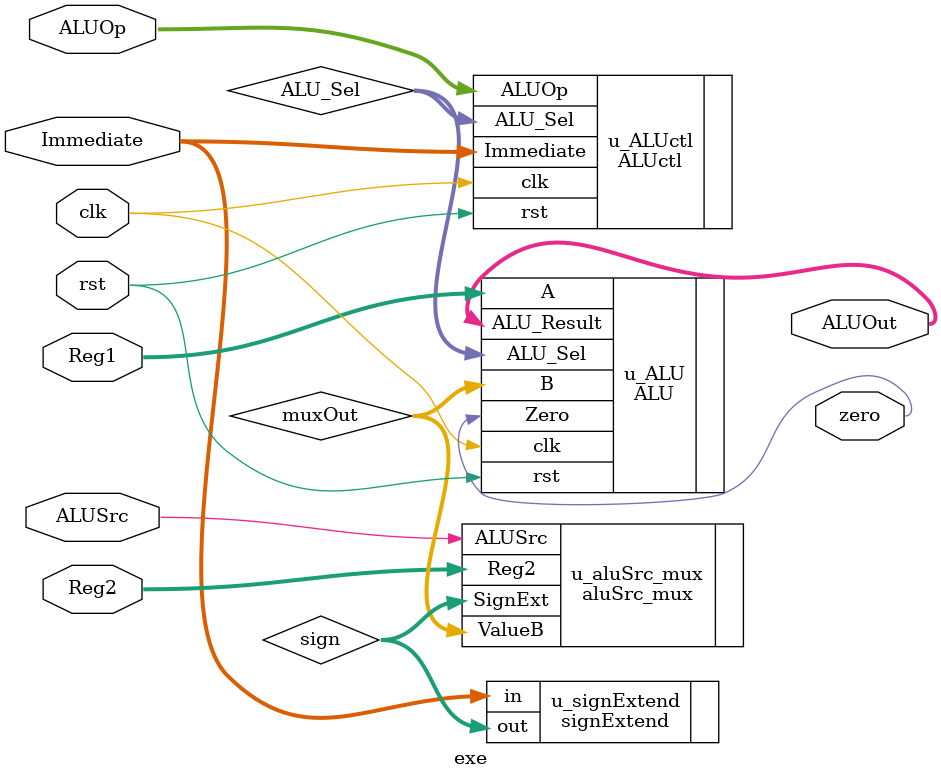
<source format=sv>
module exe #(parameter WIDTH =32)
(
    input  wire              clk,        //Clock Signal
    input  wire              rst,        //Clock Signal
    input  reg               ALUSrc,     //Mux Control   
    input  reg [3:0]         ALUOp,      //ALU Opcode            
    input  reg [15:0]        Immediate,  //[15:0] of Instruction 
    input  reg [(WIDTH-1):0] Reg1,       //Register 1 Data
    input  reg [(WIDTH-1):0] Reg2,       //Register 2 Data
    output reg [(WIDTH-1):0] ALUOut,     //Result of ALU
    output reg               zero        //Zero Flag Signal
);

reg [4:0]         ALU_Sel;
reg [(WIDTH-1):0] sign;
reg [(WIDTH-1):0] muxOut;

ALUctl u_ALUctl
(
    .clk          (clk),
    .rst          (rst),
    .Immediate    (Immediate),
    .ALUOp        (ALUOp),   
    .ALU_Sel      (ALU_Sel)
);

ALU u_ALU
(
    .clk        (clk),
    .rst        (rst),
    .A          (Reg1),
    .B          (muxOut),
    .ALU_Sel    (ALU_Sel),
    .Zero       (zero),
    .ALU_Result (ALUOut)
);

signExtend u_signExtend
(
    .in    (Immediate),
    .out   (sign)
);

aluSrc_mux u_aluSrc_mux
(
    .ALUSrc    (ALUSrc),
    .Reg2      (Reg2),
    .SignExt   (sign),
    .ValueB    (muxOut)
);


endmodule
</source>
